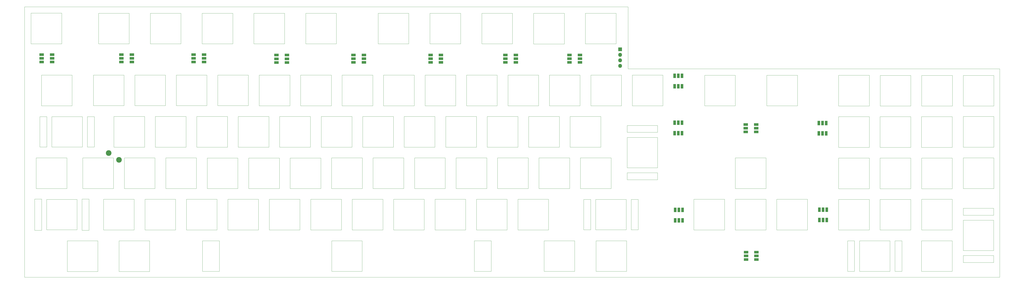
<source format=gts>
%TF.GenerationSoftware,KiCad,Pcbnew,(5.1.6-0)*%
%TF.CreationDate,2022-01-10T09:22:34+01:00*%
%TF.ProjectId,A500KBPlate,41353030-4b42-4506-9c61-74652e6b6963,rev?*%
%TF.SameCoordinates,Original*%
%TF.FileFunction,Soldermask,Top*%
%TF.FilePolarity,Negative*%
%FSLAX46Y46*%
G04 Gerber Fmt 4.6, Leading zero omitted, Abs format (unit mm)*
G04 Created by KiCad (PCBNEW (5.1.6-0)) date 2022-01-10 09:22:34*
%MOMM*%
%LPD*%
G01*
G04 APERTURE LIST*
%TA.AperFunction,Profile*%
%ADD10C,0.050000*%
%TD*%
%TA.AperFunction,Profile*%
%ADD11C,0.120000*%
%TD*%
%ADD12R,1.200000X2.100000*%
%ADD13R,2.100000X1.200000*%
%ADD14O,1.800000X1.800000*%
%ADD15R,1.800000X1.800000*%
%ADD16C,2.600000*%
G04 APERTURE END LIST*
D10*
X25400000Y-236220000D02*
X26035000Y-236220000D01*
X25400000Y-360680000D02*
X25400000Y-236220000D01*
X473710000Y-360680000D02*
X25400000Y-360680000D01*
X473710000Y-264795000D02*
X473710000Y-360680000D01*
X302895000Y-264795000D02*
X473710000Y-264795000D01*
X302895000Y-236220000D02*
X302895000Y-264795000D01*
X26035000Y-236220000D02*
X302895000Y-236220000D01*
D11*
%TO.C,MX33*%
X232209000Y-357951800D02*
X232209000Y-343951800D01*
X240009000Y-357951800D02*
X232209000Y-357951800D01*
X240009000Y-343951800D02*
X240009000Y-357951800D01*
X232209000Y-343951800D02*
X240009000Y-343951800D01*
X115009000Y-357951800D02*
X115009000Y-343951800D01*
X107209000Y-357951800D02*
X115009000Y-357951800D01*
X107209000Y-343951800D02*
X107209000Y-357951800D01*
X115009000Y-343951800D02*
X107209000Y-343951800D01*
X166609000Y-357951800D02*
X166609000Y-343951800D01*
X180609000Y-357951800D02*
X166609000Y-357951800D01*
X180609000Y-343951800D02*
X180609000Y-357951800D01*
X166609000Y-343951800D02*
X180609000Y-343951800D01*
%TO.C,MX71*%
X302452400Y-310297600D02*
X302452400Y-296297600D01*
X316452400Y-310297600D02*
X302452400Y-310297600D01*
X316452400Y-296297600D02*
X316452400Y-310297600D01*
X302452400Y-296297600D02*
X316452400Y-296297600D01*
X302452400Y-290797600D02*
X302452400Y-293997600D01*
X316452400Y-290797600D02*
X302452400Y-290797600D01*
X316452400Y-293997600D02*
X316452400Y-290797600D01*
X302452400Y-293997600D02*
X316452400Y-293997600D01*
X316452400Y-312597600D02*
X302452400Y-312597600D01*
X316452400Y-315797600D02*
X316452400Y-312597600D01*
X302452400Y-315797600D02*
X316452400Y-315797600D01*
X302452400Y-312597600D02*
X302452400Y-315797600D01*
%TO.C,MX68*%
X287995600Y-338876400D02*
X287995600Y-324876400D01*
X301995600Y-338876400D02*
X287995600Y-338876400D01*
X301995600Y-324876400D02*
X301995600Y-338876400D01*
X287995600Y-324876400D02*
X301995600Y-324876400D01*
X285695600Y-338876400D02*
X285695600Y-324876400D01*
X282495600Y-338876400D02*
X285695600Y-338876400D01*
X282495600Y-324876400D02*
X282495600Y-338876400D01*
X285695600Y-324876400D02*
X282495600Y-324876400D01*
X304295600Y-338876400D02*
X304295600Y-324876400D01*
X307495600Y-338876400D02*
X304295600Y-338876400D01*
X307495600Y-324876400D02*
X307495600Y-338876400D01*
X304295600Y-324876400D02*
X307495600Y-324876400D01*
%TO.C,MX5*%
X51870400Y-339076400D02*
X51870400Y-324676400D01*
X55070400Y-339076400D02*
X51870400Y-339076400D01*
X55070400Y-324676400D02*
X55070400Y-339076400D01*
X51870400Y-324676400D02*
X55070400Y-324676400D01*
X33270400Y-339076400D02*
X33270400Y-324676400D01*
X30070400Y-339076400D02*
X33270400Y-339076400D01*
X30070400Y-324676400D02*
X30070400Y-339076400D01*
X33270400Y-324676400D02*
X30070400Y-324676400D01*
X35570400Y-338876400D02*
X35570400Y-324876400D01*
X49570400Y-338876400D02*
X35570400Y-338876400D01*
X49570400Y-324876400D02*
X49570400Y-338876400D01*
X35570400Y-324876400D02*
X49570400Y-324876400D01*
%TO.C,MX77*%
X366664400Y-267698000D02*
X380764400Y-267698000D01*
X380764400Y-267698000D02*
X380764400Y-281798000D01*
X380764400Y-281798000D02*
X366664400Y-281798000D01*
X366664400Y-281798000D02*
X366664400Y-267698000D01*
%TO.C,MX73*%
X338064000Y-267698000D02*
X352164000Y-267698000D01*
X352164000Y-267698000D02*
X352164000Y-281798000D01*
X352164000Y-281798000D02*
X338064000Y-281798000D01*
X338064000Y-281798000D02*
X338064000Y-267698000D01*
%TO.C,MX2*%
X33183600Y-267651000D02*
X47283600Y-267651000D01*
X47283600Y-267651000D02*
X47283600Y-281751000D01*
X47283600Y-281751000D02*
X33183600Y-281751000D01*
X33183600Y-281751000D02*
X33183600Y-267651000D01*
%TO.C,MX3*%
X57477050Y-286751000D02*
X55477050Y-286751000D01*
X55477050Y-300751000D02*
X57477050Y-300751000D01*
X32477050Y-300751000D02*
X34477050Y-300751000D01*
X34477050Y-286751000D02*
X32477050Y-286751000D01*
X35677050Y-286751000D02*
X35677050Y-300751000D01*
X34477050Y-286751000D02*
X35677050Y-286751000D01*
X32477050Y-300751000D02*
X32477050Y-286751000D01*
X35677050Y-300751000D02*
X34477050Y-300751000D01*
X54277050Y-300751000D02*
X54277050Y-286751000D01*
X55477050Y-300751000D02*
X54277050Y-300751000D01*
X57477050Y-286751000D02*
X57477050Y-300751000D01*
X54277050Y-286751000D02*
X55477050Y-286751000D01*
X37977050Y-300751000D02*
X37977050Y-286751000D01*
X51977050Y-300751000D02*
X37977050Y-300751000D01*
X51977050Y-286751000D02*
X51977050Y-300751000D01*
X37977050Y-286751000D02*
X51977050Y-286751000D01*
%TO.C,MX64*%
X288127600Y-343898000D02*
X302227600Y-343898000D01*
X302227600Y-343898000D02*
X302227600Y-357998000D01*
X302227600Y-357998000D02*
X288127600Y-357998000D01*
X288127600Y-357998000D02*
X288127600Y-343898000D01*
%TO.C,MX59*%
X264251600Y-343898000D02*
X278351600Y-343898000D01*
X278351600Y-343898000D02*
X278351600Y-357998000D01*
X278351600Y-357998000D02*
X264251600Y-357998000D01*
X264251600Y-357998000D02*
X264251600Y-343898000D01*
%TO.C,MX54*%
X283272000Y-239177600D02*
X297372000Y-239177600D01*
X297372000Y-239177600D02*
X297372000Y-253277600D01*
X297372000Y-253277600D02*
X283272000Y-253277600D01*
X283272000Y-253277600D02*
X283272000Y-239177600D01*
%TO.C,MX49*%
X259468000Y-239199200D02*
X273568000Y-239199200D01*
X273568000Y-239199200D02*
X273568000Y-253299200D01*
X273568000Y-253299200D02*
X259468000Y-253299200D01*
X259468000Y-253299200D02*
X259468000Y-239199200D01*
%TO.C,MX44*%
X235621600Y-239177600D02*
X249721600Y-239177600D01*
X249721600Y-239177600D02*
X249721600Y-253277600D01*
X249721600Y-253277600D02*
X235621600Y-253277600D01*
X235621600Y-253277600D02*
X235621600Y-239177600D01*
%TO.C,MX39*%
X211796400Y-239177600D02*
X225896400Y-239177600D01*
X225896400Y-239177600D02*
X225896400Y-253277600D01*
X225896400Y-253277600D02*
X211796400Y-253277600D01*
X211796400Y-253277600D02*
X211796400Y-239177600D01*
%TO.C,MX34*%
X187971200Y-239177600D02*
X202071200Y-239177600D01*
X202071200Y-239177600D02*
X202071200Y-253277600D01*
X202071200Y-253277600D02*
X187971200Y-253277600D01*
X187971200Y-253277600D02*
X187971200Y-239177600D01*
%TO.C,MX28*%
X154697200Y-239177600D02*
X168797200Y-239177600D01*
X168797200Y-239177600D02*
X168797200Y-253277600D01*
X168797200Y-253277600D02*
X154697200Y-253277600D01*
X154697200Y-253277600D02*
X154697200Y-239177600D01*
%TO.C,MX23*%
X130872000Y-239177600D02*
X144972000Y-239177600D01*
X144972000Y-239177600D02*
X144972000Y-253277600D01*
X144972000Y-253277600D02*
X130872000Y-253277600D01*
X130872000Y-253277600D02*
X130872000Y-239177600D01*
%TO.C,MX18*%
X107046800Y-239177600D02*
X121146800Y-239177600D01*
X121146800Y-239177600D02*
X121146800Y-253277600D01*
X121146800Y-253277600D02*
X107046800Y-253277600D01*
X107046800Y-253277600D02*
X107046800Y-239177600D01*
%TO.C,MX13*%
X83221600Y-239177600D02*
X97321600Y-239177600D01*
X97321600Y-239177600D02*
X97321600Y-253277600D01*
X97321600Y-253277600D02*
X83221600Y-253277600D01*
X83221600Y-253277600D02*
X83221600Y-239177600D01*
%TO.C,MX12*%
X68845200Y-343927200D02*
X82945200Y-343927200D01*
X82945200Y-343927200D02*
X82945200Y-358027200D01*
X82945200Y-358027200D02*
X68845200Y-358027200D01*
X68845200Y-358027200D02*
X68845200Y-343927200D01*
%TO.C,MX7*%
X59447200Y-239177600D02*
X73547200Y-239177600D01*
X73547200Y-239177600D02*
X73547200Y-253277600D01*
X73547200Y-253277600D02*
X59447200Y-253277600D01*
X59447200Y-253277600D02*
X59447200Y-239177600D01*
%TO.C,MX6*%
X45041200Y-343948800D02*
X59141200Y-343948800D01*
X59141200Y-343948800D02*
X59141200Y-358048800D01*
X59141200Y-358048800D02*
X45041200Y-358048800D01*
X45041200Y-358048800D02*
X45041200Y-343948800D01*
%TO.C,MX4*%
X30774800Y-305747200D02*
X44874800Y-305747200D01*
X44874800Y-305747200D02*
X44874800Y-319847200D01*
X44874800Y-319847200D02*
X30774800Y-319847200D01*
X30774800Y-319847200D02*
X30774800Y-305747200D01*
%TO.C,MX83*%
X428774250Y-343951800D02*
X426774250Y-343951800D01*
X426774250Y-357951800D02*
X428774250Y-357951800D01*
X403774250Y-357951800D02*
X405774250Y-357951800D01*
X405774250Y-343951800D02*
X403774250Y-343951800D01*
X406974250Y-343951800D02*
X406974250Y-357951800D01*
X405774250Y-343951800D02*
X406974250Y-343951800D01*
X403774250Y-357951800D02*
X403774250Y-343951800D01*
X406974250Y-357951800D02*
X405774250Y-357951800D01*
X425574250Y-357951800D02*
X425574250Y-343951800D01*
X426774250Y-357951800D02*
X425574250Y-357951800D01*
X428774250Y-343951800D02*
X428774250Y-357951800D01*
X425574250Y-343951800D02*
X426774250Y-343951800D01*
X409274250Y-357951800D02*
X409274250Y-343951800D01*
X423274250Y-357951800D02*
X409274250Y-357951800D01*
X423274250Y-343951800D02*
X423274250Y-357951800D01*
X409274250Y-343951800D02*
X423274250Y-343951800D01*
%TO.C,MX96*%
X456981800Y-353926800D02*
X456981800Y-350726800D01*
X470981800Y-353926800D02*
X456981800Y-353926800D01*
X470981800Y-350726800D02*
X470981800Y-353926800D01*
X456981800Y-350726800D02*
X470981800Y-350726800D01*
X470981800Y-332126800D02*
X456981800Y-332126800D01*
X470981800Y-328926800D02*
X470981800Y-332126800D01*
X456981800Y-328926800D02*
X470981800Y-328926800D01*
X456981800Y-332126800D02*
X456981800Y-328926800D01*
X456981800Y-334426800D02*
X470981800Y-334426800D01*
X470981800Y-334426800D02*
X470981800Y-348426800D01*
X470981800Y-348426800D02*
X456981800Y-348426800D01*
X456981800Y-348426800D02*
X456981800Y-334426800D01*
%TO.C,MX95*%
X456957200Y-305776400D02*
X471057200Y-305776400D01*
X471057200Y-305776400D02*
X471057200Y-319876400D01*
X471057200Y-319876400D02*
X456957200Y-319876400D01*
X456957200Y-319876400D02*
X456957200Y-305776400D01*
%TO.C,MX94*%
X456957200Y-286726400D02*
X471057200Y-286726400D01*
X471057200Y-286726400D02*
X471057200Y-300826400D01*
X471057200Y-300826400D02*
X456957200Y-300826400D01*
X456957200Y-300826400D02*
X456957200Y-286726400D01*
%TO.C,MX93*%
X456957200Y-267778000D02*
X471057200Y-267778000D01*
X471057200Y-267778000D02*
X471057200Y-281878000D01*
X471057200Y-281878000D02*
X456957200Y-281878000D01*
X456957200Y-281878000D02*
X456957200Y-267778000D01*
%TO.C,MX92*%
X437784400Y-343898000D02*
X451884400Y-343898000D01*
X451884400Y-343898000D02*
X451884400Y-357998000D01*
X451884400Y-357998000D02*
X437784400Y-357998000D01*
X437784400Y-357998000D02*
X437784400Y-343898000D01*
%TO.C,MX91*%
X437805600Y-324826400D02*
X451905600Y-324826400D01*
X451905600Y-324826400D02*
X451905600Y-338926400D01*
X451905600Y-338926400D02*
X437805600Y-338926400D01*
X437805600Y-338926400D02*
X437805600Y-324826400D01*
%TO.C,MX90*%
X437805600Y-305827200D02*
X451905600Y-305827200D01*
X451905600Y-305827200D02*
X451905600Y-319927200D01*
X451905600Y-319927200D02*
X437805600Y-319927200D01*
X437805600Y-319927200D02*
X437805600Y-305827200D01*
%TO.C,MX89*%
X437754800Y-286777200D02*
X451854800Y-286777200D01*
X451854800Y-286777200D02*
X451854800Y-300877200D01*
X451854800Y-300877200D02*
X437754800Y-300877200D01*
X437754800Y-300877200D02*
X437754800Y-286777200D01*
%TO.C,MX88*%
X437856400Y-267778000D02*
X451956400Y-267778000D01*
X451956400Y-267778000D02*
X451956400Y-281878000D01*
X451956400Y-281878000D02*
X437856400Y-281878000D01*
X437856400Y-281878000D02*
X437856400Y-267778000D01*
%TO.C,MX87*%
X418734400Y-324848000D02*
X432834400Y-324848000D01*
X432834400Y-324848000D02*
X432834400Y-338948000D01*
X432834400Y-338948000D02*
X418734400Y-338948000D01*
X418734400Y-338948000D02*
X418734400Y-324848000D01*
%TO.C,MX86*%
X418704800Y-305827200D02*
X432804800Y-305827200D01*
X432804800Y-305827200D02*
X432804800Y-319927200D01*
X432804800Y-319927200D02*
X418704800Y-319927200D01*
X418704800Y-319927200D02*
X418704800Y-305827200D01*
%TO.C,MX85*%
X418704800Y-286777200D02*
X432804800Y-286777200D01*
X432804800Y-286777200D02*
X432804800Y-300877200D01*
X432804800Y-300877200D02*
X418704800Y-300877200D01*
X418704800Y-300877200D02*
X418704800Y-286777200D01*
%TO.C,MX84*%
X418755600Y-267778000D02*
X432855600Y-267778000D01*
X432855600Y-267778000D02*
X432855600Y-281878000D01*
X432855600Y-281878000D02*
X418755600Y-281878000D01*
X418755600Y-281878000D02*
X418755600Y-267778000D01*
%TO.C,MX82*%
X399684400Y-324848000D02*
X413784400Y-324848000D01*
X413784400Y-324848000D02*
X413784400Y-338948000D01*
X413784400Y-338948000D02*
X399684400Y-338948000D01*
X399684400Y-338948000D02*
X399684400Y-324848000D01*
%TO.C,MX81*%
X399654800Y-305827200D02*
X413754800Y-305827200D01*
X413754800Y-305827200D02*
X413754800Y-319927200D01*
X413754800Y-319927200D02*
X399654800Y-319927200D01*
X399654800Y-319927200D02*
X399654800Y-305827200D01*
%TO.C,MX80*%
X399654800Y-286777200D02*
X413754800Y-286777200D01*
X413754800Y-286777200D02*
X413754800Y-300877200D01*
X413754800Y-300877200D02*
X399654800Y-300877200D01*
X399654800Y-300877200D02*
X399654800Y-286777200D01*
%TO.C,MX79*%
X399654800Y-267727200D02*
X413754800Y-267727200D01*
X413754800Y-267727200D02*
X413754800Y-281827200D01*
X413754800Y-281827200D02*
X399654800Y-281827200D01*
X399654800Y-281827200D02*
X399654800Y-267727200D01*
%TO.C,MX78*%
X371206800Y-324826400D02*
X385306800Y-324826400D01*
X385306800Y-324826400D02*
X385306800Y-338926400D01*
X385306800Y-338926400D02*
X371206800Y-338926400D01*
X371206800Y-338926400D02*
X371206800Y-324826400D01*
%TO.C,MX76*%
X352186400Y-324826400D02*
X366286400Y-324826400D01*
X366286400Y-324826400D02*
X366286400Y-338926400D01*
X366286400Y-338926400D02*
X352186400Y-338926400D01*
X352186400Y-338926400D02*
X352186400Y-324826400D01*
%TO.C,MX75*%
X352156800Y-305776400D02*
X366256800Y-305776400D01*
X366256800Y-305776400D02*
X366256800Y-319876400D01*
X366256800Y-319876400D02*
X352156800Y-319876400D01*
X352156800Y-319876400D02*
X352156800Y-305776400D01*
%TO.C,MX74*%
X333106800Y-324826400D02*
X347206800Y-324826400D01*
X347206800Y-324826400D02*
X347206800Y-338926400D01*
X347206800Y-338926400D02*
X333106800Y-338926400D01*
X333106800Y-338926400D02*
X333106800Y-324826400D01*
%TO.C,MX72*%
X304811200Y-267676400D02*
X318911200Y-267676400D01*
X318911200Y-267676400D02*
X318911200Y-281776400D01*
X318911200Y-281776400D02*
X304811200Y-281776400D01*
X304811200Y-281776400D02*
X304811200Y-267676400D01*
%TO.C,MX70*%
X280986000Y-305776400D02*
X295086000Y-305776400D01*
X295086000Y-305776400D02*
X295086000Y-319876400D01*
X295086000Y-319876400D02*
X280986000Y-319876400D01*
X280986000Y-319876400D02*
X280986000Y-305776400D01*
%TO.C,MX69*%
X285761200Y-267676400D02*
X299861200Y-267676400D01*
X299861200Y-267676400D02*
X299861200Y-281776400D01*
X299861200Y-281776400D02*
X285761200Y-281776400D01*
X285761200Y-281776400D02*
X285761200Y-267676400D01*
%TO.C,MX67*%
X261936000Y-305776400D02*
X276036000Y-305776400D01*
X276036000Y-305776400D02*
X276036000Y-319876400D01*
X276036000Y-319876400D02*
X261936000Y-319876400D01*
X261936000Y-319876400D02*
X261936000Y-305776400D01*
%TO.C,MX66*%
X276210800Y-286726400D02*
X290310800Y-286726400D01*
X290310800Y-286726400D02*
X290310800Y-300826400D01*
X290310800Y-300826400D02*
X276210800Y-300826400D01*
X276210800Y-300826400D02*
X276210800Y-286726400D01*
%TO.C,MX65*%
X266711200Y-267676400D02*
X280811200Y-267676400D01*
X280811200Y-267676400D02*
X280811200Y-281776400D01*
X280811200Y-281776400D02*
X266711200Y-281776400D01*
X266711200Y-281776400D02*
X266711200Y-267676400D01*
%TO.C,MX63*%
X252233200Y-324826400D02*
X266333200Y-324826400D01*
X266333200Y-324826400D02*
X266333200Y-338926400D01*
X266333200Y-338926400D02*
X252233200Y-338926400D01*
X252233200Y-338926400D02*
X252233200Y-324826400D01*
%TO.C,MX62*%
X242886000Y-305776400D02*
X256986000Y-305776400D01*
X256986000Y-305776400D02*
X256986000Y-319876400D01*
X256986000Y-319876400D02*
X242886000Y-319876400D01*
X242886000Y-319876400D02*
X242886000Y-305776400D01*
%TO.C,MX61*%
X257160800Y-286726400D02*
X271260800Y-286726400D01*
X271260800Y-286726400D02*
X271260800Y-300826400D01*
X271260800Y-300826400D02*
X257160800Y-300826400D01*
X257160800Y-300826400D02*
X257160800Y-286726400D01*
%TO.C,MX60*%
X247661200Y-267676400D02*
X261761200Y-267676400D01*
X261761200Y-267676400D02*
X261761200Y-281776400D01*
X261761200Y-281776400D02*
X247661200Y-281776400D01*
X247661200Y-281776400D02*
X247661200Y-267676400D01*
%TO.C,MX58*%
X233183200Y-324826400D02*
X247283200Y-324826400D01*
X247283200Y-324826400D02*
X247283200Y-338926400D01*
X247283200Y-338926400D02*
X233183200Y-338926400D01*
X233183200Y-338926400D02*
X233183200Y-324826400D01*
%TO.C,MX57*%
X223836000Y-305776400D02*
X237936000Y-305776400D01*
X237936000Y-305776400D02*
X237936000Y-319876400D01*
X237936000Y-319876400D02*
X223836000Y-319876400D01*
X223836000Y-319876400D02*
X223836000Y-305776400D01*
%TO.C,MX56*%
X238110800Y-286726400D02*
X252210800Y-286726400D01*
X252210800Y-286726400D02*
X252210800Y-300826400D01*
X252210800Y-300826400D02*
X238110800Y-300826400D01*
X238110800Y-300826400D02*
X238110800Y-286726400D01*
%TO.C,MX55*%
X228611200Y-267676400D02*
X242711200Y-267676400D01*
X242711200Y-267676400D02*
X242711200Y-281776400D01*
X242711200Y-281776400D02*
X228611200Y-281776400D01*
X228611200Y-281776400D02*
X228611200Y-267676400D01*
%TO.C,MX53*%
X214133200Y-324826400D02*
X228233200Y-324826400D01*
X228233200Y-324826400D02*
X228233200Y-338926400D01*
X228233200Y-338926400D02*
X214133200Y-338926400D01*
X214133200Y-338926400D02*
X214133200Y-324826400D01*
%TO.C,MX52*%
X204735200Y-305776400D02*
X218835200Y-305776400D01*
X218835200Y-305776400D02*
X218835200Y-319876400D01*
X218835200Y-319876400D02*
X204735200Y-319876400D01*
X204735200Y-319876400D02*
X204735200Y-305776400D01*
%TO.C,MX51*%
X219060800Y-286726400D02*
X233160800Y-286726400D01*
X233160800Y-286726400D02*
X233160800Y-300826400D01*
X233160800Y-300826400D02*
X219060800Y-300826400D01*
X219060800Y-300826400D02*
X219060800Y-286726400D01*
%TO.C,MX50*%
X209561200Y-267676400D02*
X223661200Y-267676400D01*
X223661200Y-267676400D02*
X223661200Y-281776400D01*
X223661200Y-281776400D02*
X209561200Y-281776400D01*
X209561200Y-281776400D02*
X209561200Y-267676400D01*
%TO.C,MX48*%
X195083200Y-324826400D02*
X209183200Y-324826400D01*
X209183200Y-324826400D02*
X209183200Y-338926400D01*
X209183200Y-338926400D02*
X195083200Y-338926400D01*
X195083200Y-338926400D02*
X195083200Y-324826400D01*
%TO.C,MX47*%
X185634400Y-305776400D02*
X199734400Y-305776400D01*
X199734400Y-305776400D02*
X199734400Y-319876400D01*
X199734400Y-319876400D02*
X185634400Y-319876400D01*
X185634400Y-319876400D02*
X185634400Y-305776400D01*
%TO.C,MX46*%
X199960000Y-286726400D02*
X214060000Y-286726400D01*
X214060000Y-286726400D02*
X214060000Y-300826400D01*
X214060000Y-300826400D02*
X199960000Y-300826400D01*
X199960000Y-300826400D02*
X199960000Y-286726400D01*
%TO.C,MX45*%
X190460400Y-267676400D02*
X204560400Y-267676400D01*
X204560400Y-267676400D02*
X204560400Y-281776400D01*
X204560400Y-281776400D02*
X190460400Y-281776400D01*
X190460400Y-281776400D02*
X190460400Y-267676400D01*
%TO.C,MX43*%
X176062800Y-324826400D02*
X190162800Y-324826400D01*
X190162800Y-324826400D02*
X190162800Y-338926400D01*
X190162800Y-338926400D02*
X176062800Y-338926400D01*
X176062800Y-338926400D02*
X176062800Y-324826400D01*
%TO.C,MX42*%
X166584400Y-305776400D02*
X180684400Y-305776400D01*
X180684400Y-305776400D02*
X180684400Y-319876400D01*
X180684400Y-319876400D02*
X166584400Y-319876400D01*
X166584400Y-319876400D02*
X166584400Y-305776400D01*
%TO.C,MX41*%
X180910000Y-286726400D02*
X195010000Y-286726400D01*
X195010000Y-286726400D02*
X195010000Y-300826400D01*
X195010000Y-300826400D02*
X180910000Y-300826400D01*
X180910000Y-300826400D02*
X180910000Y-286726400D01*
%TO.C,MX40*%
X171410400Y-267676400D02*
X185510400Y-267676400D01*
X185510400Y-267676400D02*
X185510400Y-281776400D01*
X185510400Y-281776400D02*
X171410400Y-281776400D01*
X171410400Y-281776400D02*
X171410400Y-267676400D01*
%TO.C,MX38*%
X157034000Y-324826400D02*
X171134000Y-324826400D01*
X171134000Y-324826400D02*
X171134000Y-338926400D01*
X171134000Y-338926400D02*
X157034000Y-338926400D01*
X157034000Y-338926400D02*
X157034000Y-324826400D01*
%TO.C,MX37*%
X147513200Y-305798000D02*
X161613200Y-305798000D01*
X161613200Y-305798000D02*
X161613200Y-319898000D01*
X161613200Y-319898000D02*
X147513200Y-319898000D01*
X147513200Y-319898000D02*
X147513200Y-305798000D01*
%TO.C,MX36*%
X161860000Y-286726400D02*
X175960000Y-286726400D01*
X175960000Y-286726400D02*
X175960000Y-300826400D01*
X175960000Y-300826400D02*
X161860000Y-300826400D01*
X161860000Y-300826400D02*
X161860000Y-286726400D01*
%TO.C,MX35*%
X152360400Y-267676400D02*
X166460400Y-267676400D01*
X166460400Y-267676400D02*
X166460400Y-281776400D01*
X166460400Y-281776400D02*
X152360400Y-281776400D01*
X152360400Y-281776400D02*
X152360400Y-267676400D01*
%TO.C,MX32*%
X137933200Y-324826400D02*
X152033200Y-324826400D01*
X152033200Y-324826400D02*
X152033200Y-338926400D01*
X152033200Y-338926400D02*
X137933200Y-338926400D01*
X137933200Y-338926400D02*
X137933200Y-324826400D01*
%TO.C,MX31*%
X128484400Y-305798000D02*
X142584400Y-305798000D01*
X142584400Y-305798000D02*
X142584400Y-319898000D01*
X142584400Y-319898000D02*
X128484400Y-319898000D01*
X128484400Y-319898000D02*
X128484400Y-305798000D01*
%TO.C,MX30*%
X142708400Y-286726400D02*
X156808400Y-286726400D01*
X156808400Y-286726400D02*
X156808400Y-300826400D01*
X156808400Y-300826400D02*
X142708400Y-300826400D01*
X142708400Y-300826400D02*
X142708400Y-286726400D01*
%TO.C,MX29*%
X133289200Y-267647200D02*
X147389200Y-267647200D01*
X147389200Y-267647200D02*
X147389200Y-281747200D01*
X147389200Y-281747200D02*
X133289200Y-281747200D01*
X133289200Y-281747200D02*
X133289200Y-267647200D01*
%TO.C,MX27*%
X118883200Y-324826400D02*
X132983200Y-324826400D01*
X132983200Y-324826400D02*
X132983200Y-338926400D01*
X132983200Y-338926400D02*
X118883200Y-338926400D01*
X118883200Y-338926400D02*
X118883200Y-324826400D01*
%TO.C,MX26*%
X109404800Y-305798000D02*
X123504800Y-305798000D01*
X123504800Y-305798000D02*
X123504800Y-319898000D01*
X123504800Y-319898000D02*
X109404800Y-319898000D01*
X109404800Y-319898000D02*
X109404800Y-305798000D01*
%TO.C,MX25*%
X123658400Y-286726400D02*
X137758400Y-286726400D01*
X137758400Y-286726400D02*
X137758400Y-300826400D01*
X137758400Y-300826400D02*
X123658400Y-300826400D01*
X123658400Y-300826400D02*
X123658400Y-286726400D01*
%TO.C,MX24*%
X114209600Y-267625600D02*
X128309600Y-267625600D01*
X128309600Y-267625600D02*
X128309600Y-281725600D01*
X128309600Y-281725600D02*
X114209600Y-281725600D01*
X114209600Y-281725600D02*
X114209600Y-267625600D01*
%TO.C,MX22*%
X99833200Y-324826400D02*
X113933200Y-324826400D01*
X113933200Y-324826400D02*
X113933200Y-338926400D01*
X113933200Y-338926400D02*
X99833200Y-338926400D01*
X99833200Y-338926400D02*
X99833200Y-324826400D01*
%TO.C,MX21*%
X90333600Y-305776400D02*
X104433600Y-305776400D01*
X104433600Y-305776400D02*
X104433600Y-319876400D01*
X104433600Y-319876400D02*
X90333600Y-319876400D01*
X90333600Y-319876400D02*
X90333600Y-305776400D01*
%TO.C,MX20*%
X104608400Y-286701000D02*
X118708400Y-286701000D01*
X118708400Y-286701000D02*
X118708400Y-300801000D01*
X118708400Y-300801000D02*
X104608400Y-300801000D01*
X104608400Y-300801000D02*
X104608400Y-286701000D01*
%TO.C,MX19*%
X95159600Y-267625600D02*
X109259600Y-267625600D01*
X109259600Y-267625600D02*
X109259600Y-281725600D01*
X109259600Y-281725600D02*
X95159600Y-281725600D01*
X95159600Y-281725600D02*
X95159600Y-267625600D01*
%TO.C,MX17*%
X80783200Y-324826400D02*
X94883200Y-324826400D01*
X94883200Y-324826400D02*
X94883200Y-338926400D01*
X94883200Y-338926400D02*
X80783200Y-338926400D01*
X80783200Y-338926400D02*
X80783200Y-324826400D01*
%TO.C,MX16*%
X71283600Y-305776400D02*
X85383600Y-305776400D01*
X85383600Y-305776400D02*
X85383600Y-319876400D01*
X85383600Y-319876400D02*
X71283600Y-319876400D01*
X71283600Y-319876400D02*
X71283600Y-305776400D01*
%TO.C,MX15*%
X85558400Y-286701000D02*
X99658400Y-286701000D01*
X99658400Y-286701000D02*
X99658400Y-300801000D01*
X99658400Y-300801000D02*
X85558400Y-300801000D01*
X85558400Y-300801000D02*
X85558400Y-286701000D01*
%TO.C,MX14*%
X76109600Y-267625600D02*
X90209600Y-267625600D01*
X90209600Y-267625600D02*
X90209600Y-281725600D01*
X90209600Y-281725600D02*
X76109600Y-281725600D01*
X76109600Y-281725600D02*
X76109600Y-267625600D01*
%TO.C,MX11*%
X61733200Y-324826400D02*
X75833200Y-324826400D01*
X75833200Y-324826400D02*
X75833200Y-338926400D01*
X75833200Y-338926400D02*
X61733200Y-338926400D01*
X61733200Y-338926400D02*
X61733200Y-324826400D01*
%TO.C,MX10*%
X52212400Y-305747200D02*
X66312400Y-305747200D01*
X66312400Y-305747200D02*
X66312400Y-319847200D01*
X66312400Y-319847200D02*
X52212400Y-319847200D01*
X52212400Y-319847200D02*
X52212400Y-305747200D01*
%TO.C,MX9*%
X66487200Y-286697200D02*
X80587200Y-286697200D01*
X80587200Y-286697200D02*
X80587200Y-300797200D01*
X80587200Y-300797200D02*
X66487200Y-300797200D01*
X66487200Y-300797200D02*
X66487200Y-286697200D01*
%TO.C,MX8*%
X57059600Y-267625600D02*
X71159600Y-267625600D01*
X71159600Y-267625600D02*
X71159600Y-281725600D01*
X71159600Y-281725600D02*
X57059600Y-281725600D01*
X57059600Y-281725600D02*
X57059600Y-267625600D01*
%TO.C,MX1*%
X28408400Y-239126800D02*
X42508400Y-239126800D01*
X42508400Y-239126800D02*
X42508400Y-253226800D01*
X42508400Y-253226800D02*
X28408400Y-253226800D01*
X28408400Y-253226800D02*
X28408400Y-239126800D01*
%TD*%
D12*
%TO.C,D15*%
X324514000Y-329718000D03*
X326214000Y-329718000D03*
X327914000Y-329718000D03*
X327914000Y-334518000D03*
X326214000Y-334518000D03*
X324514000Y-334518000D03*
%TD*%
D13*
%TO.C,D14*%
X357124000Y-352552000D03*
X357124000Y-350852000D03*
X357124000Y-349152000D03*
X361924000Y-349152000D03*
X361924000Y-350852000D03*
X361924000Y-352552000D03*
%TD*%
D12*
%TO.C,D13*%
X394208000Y-334378000D03*
X392508000Y-334378000D03*
X390808000Y-334378000D03*
X390808000Y-329578000D03*
X392508000Y-329578000D03*
X394208000Y-329578000D03*
%TD*%
D14*
%TO.C,J1*%
X299212000Y-263398000D03*
X299212000Y-260858000D03*
X299212000Y-258318000D03*
D15*
X299212000Y-255778000D03*
%TD*%
D12*
%TO.C,D12*%
X393954000Y-294500000D03*
X392254000Y-294500000D03*
X390554000Y-294500000D03*
X390554000Y-289700000D03*
X392254000Y-289700000D03*
X393954000Y-289700000D03*
%TD*%
D13*
%TO.C,D11*%
X361810000Y-290400000D03*
X361810000Y-292100000D03*
X361810000Y-293800000D03*
X357010000Y-293800000D03*
X357010000Y-292100000D03*
X357010000Y-290400000D03*
%TD*%
D12*
%TO.C,D10*%
X327660000Y-294360000D03*
X325960000Y-294360000D03*
X324260000Y-294360000D03*
X324260000Y-289560000D03*
X325960000Y-289560000D03*
X327660000Y-289560000D03*
%TD*%
%TO.C,D9*%
X327660000Y-272770000D03*
X325960000Y-272770000D03*
X324260000Y-272770000D03*
X324260000Y-267970000D03*
X325960000Y-267970000D03*
X327660000Y-267970000D03*
%TD*%
D13*
%TO.C,D8*%
X33300000Y-261620000D03*
X33300000Y-259920000D03*
X33300000Y-258220000D03*
X38100000Y-258220000D03*
X38100000Y-259920000D03*
X38100000Y-261620000D03*
%TD*%
%TO.C,D7*%
X69990000Y-261620000D03*
X69990000Y-259920000D03*
X69990000Y-258220000D03*
X74790000Y-258220000D03*
X74790000Y-259920000D03*
X74790000Y-261620000D03*
%TD*%
%TO.C,D6*%
X103150000Y-261620000D03*
X103150000Y-259920000D03*
X103150000Y-258220000D03*
X107950000Y-258220000D03*
X107950000Y-259920000D03*
X107950000Y-261620000D03*
%TD*%
%TO.C,D5*%
X141250000Y-261846800D03*
X141250000Y-260146800D03*
X141250000Y-258446800D03*
X146050000Y-258446800D03*
X146050000Y-260146800D03*
X146050000Y-261846800D03*
%TD*%
%TO.C,D4*%
X176670000Y-261772400D03*
X176670000Y-260072400D03*
X176670000Y-258372400D03*
X181470000Y-258372400D03*
X181470000Y-260072400D03*
X181470000Y-261772400D03*
%TD*%
%TO.C,D3*%
X212090000Y-261819600D03*
X212090000Y-260119600D03*
X212090000Y-258419600D03*
X216890000Y-258419600D03*
X216890000Y-260119600D03*
X216890000Y-261819600D03*
%TD*%
%TO.C,D2*%
X246520000Y-261823200D03*
X246520000Y-260123200D03*
X246520000Y-258423200D03*
X251320000Y-258423200D03*
X251320000Y-260123200D03*
X251320000Y-261823200D03*
%TD*%
%TO.C,D1*%
X275996400Y-261819600D03*
X275996400Y-260119600D03*
X275996400Y-258419600D03*
X280796400Y-258419600D03*
X280796400Y-260119600D03*
X280796400Y-261819600D03*
%TD*%
D16*
%TO.C,H2*%
X68834000Y-306705000D03*
%TD*%
%TO.C,H1*%
X64135000Y-303530000D03*
%TD*%
M02*

</source>
